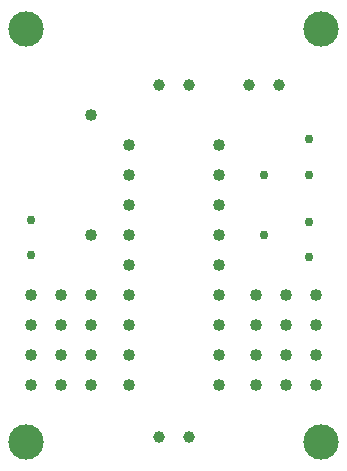
<source format=gbr>
G04 PROTEUS GERBER X2 FILE*
%TF.GenerationSoftware,Labcenter,Proteus,8.15-SP1-Build34318*%
%TF.CreationDate,2023-05-24T13:03:38+00:00*%
%TF.FileFunction,Plated,0,1,PTH*%
%TF.FilePolarity,Positive*%
%TF.Part,Single*%
%TF.SameCoordinates,{c27d38b2-b7bb-4c40-b47e-9469ff27c1c2}*%
%FSLAX45Y45*%
%MOMM*%
G01*
%TA.AperFunction,OtherDrill,Unknown*%
%ADD19C,1.016000*%
%TA.AperFunction,ComponentDrill*%
%ADD70C,1.016000*%
%TA.AperFunction,ComponentDrill*%
%ADD71C,0.762000*%
%ADD20C,1.000000*%
%TA.AperFunction,OtherDrill,Unknown*%
%ADD21C,3.000000*%
%TD.AperFunction*%
D19*
X-698500Y-254000D03*
X-698500Y-508000D03*
X-698500Y-762000D03*
X-698500Y-1016000D03*
X+698500Y-1016000D03*
X+698500Y-762000D03*
X+698500Y-508000D03*
X+698500Y-254000D03*
X+1206500Y-254000D03*
D70*
X-381000Y+1016000D03*
X-381000Y+762000D03*
X-381000Y+508000D03*
X-381000Y+254000D03*
X-381000Y+0D03*
X-381000Y-254000D03*
X-381000Y-508000D03*
X-381000Y-762000D03*
X-381000Y-1016000D03*
X+381000Y-1016000D03*
X+381000Y-762000D03*
X+381000Y-508000D03*
X+381000Y-254000D03*
X+381000Y+0D03*
X+381000Y+254000D03*
X+381000Y+508000D03*
X+381000Y+762000D03*
X+381000Y+1016000D03*
D71*
X+762000Y+762000D03*
X+762000Y+254000D03*
X+1143000Y+1062000D03*
X+1143000Y+762000D03*
X+1143000Y+63500D03*
X+1143000Y+363500D03*
X-1206500Y+381000D03*
X-1206500Y+81000D03*
D70*
X-698500Y+254000D03*
X-698500Y+1270000D03*
D20*
X+127000Y+1524000D03*
X-127000Y+1524000D03*
X+889000Y+1524000D03*
X+635000Y+1524000D03*
D19*
X+1206500Y-508000D03*
X+1206500Y-762000D03*
X+952500Y-1016000D03*
X+1206500Y-1016000D03*
X-1206500Y-254000D03*
X-1206500Y-508000D03*
X-1206500Y-762000D03*
X-1206500Y-1016000D03*
D21*
X-1250000Y-1500000D03*
X+1250000Y-1500000D03*
X-1250000Y+2000000D03*
X+1250000Y+2000000D03*
D19*
X+952500Y-762000D03*
X+952500Y-508000D03*
X+952500Y-254000D03*
X-952500Y-1016000D03*
X-952500Y-762000D03*
X-952500Y-508000D03*
X-952500Y-254000D03*
D20*
X-127000Y-1460500D03*
X+127000Y-1460500D03*
M02*

</source>
